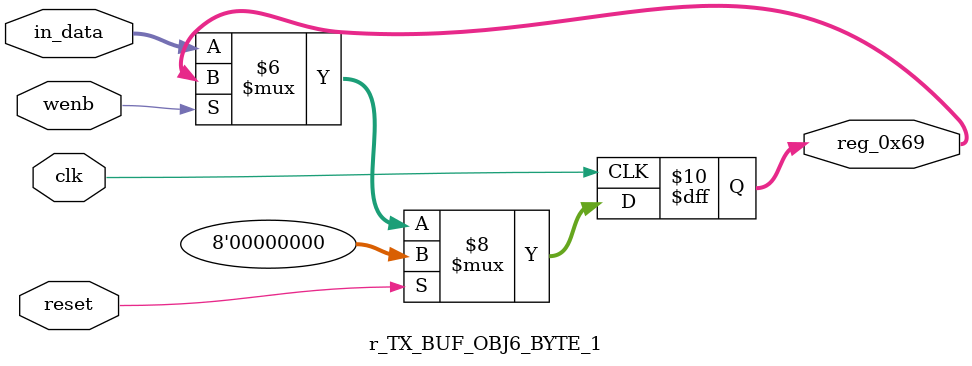
<source format=v>
module r_TX_BUF_OBJ6_BYTE_1(output reg [7:0] reg_0x69, input wire reset, input wire wenb, input wire [7:0] in_data, input wire clk);
	always@(posedge clk)
	begin
		if(reset==0) begin
			if(wenb==0)
				reg_0x69<=in_data;
			else
				reg_0x69<=reg_0x69;
		end
		else
			reg_0x69<=8'h00;
	end
endmodule
</source>
